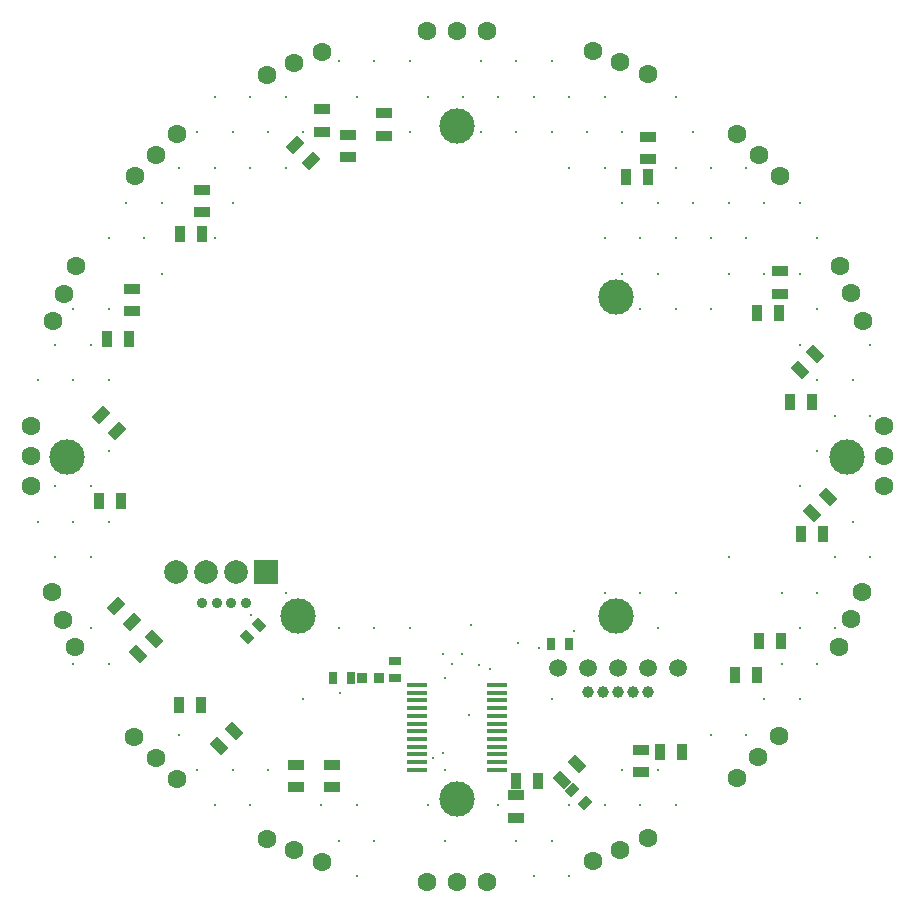
<source format=gts>
G04*
G04 #@! TF.GenerationSoftware,Altium Limited,Altium Designer,18.1.7 (191)*
G04*
G04 Layer_Color=8388736*
%FSLAX42Y42*%
%MOMM*%
G71*
G01*
G75*
%ADD15R,1.40X0.90*%
%ADD16R,0.90X1.40*%
G04:AMPARAMS|DCode=17|XSize=0.9mm|YSize=1.4mm|CornerRadius=0mm|HoleSize=0mm|Usage=FLASHONLY|Rotation=135.000|XOffset=0mm|YOffset=0mm|HoleType=Round|Shape=Rectangle|*
%AMROTATEDRECTD17*
4,1,4,0.81,0.18,-0.18,-0.81,-0.81,-0.18,0.18,0.81,0.81,0.18,0.0*
%
%ADD17ROTATEDRECTD17*%

G04:AMPARAMS|DCode=18|XSize=0.9mm|YSize=1.4mm|CornerRadius=0mm|HoleSize=0mm|Usage=FLASHONLY|Rotation=45.000|XOffset=0mm|YOffset=0mm|HoleType=Round|Shape=Rectangle|*
%AMROTATEDRECTD18*
4,1,4,0.18,-0.81,-0.81,0.18,-0.18,0.81,0.81,-0.18,0.18,-0.81,0.0*
%
%ADD18ROTATEDRECTD18*%

G04:AMPARAMS|DCode=19|XSize=0.75mm|YSize=1.02mm|CornerRadius=0mm|HoleSize=0mm|Usage=FLASHONLY|Rotation=315.000|XOffset=0mm|YOffset=0mm|HoleType=Round|Shape=Rectangle|*
%AMROTATEDRECTD19*
4,1,4,-0.62,-0.09,0.09,0.62,0.62,0.09,-0.09,-0.62,-0.62,-0.09,0.0*
%
%ADD19ROTATEDRECTD19*%

G04:AMPARAMS|DCode=20|XSize=0.75mm|YSize=1.02mm|CornerRadius=0mm|HoleSize=0mm|Usage=FLASHONLY|Rotation=45.000|XOffset=0mm|YOffset=0mm|HoleType=Round|Shape=Rectangle|*
%AMROTATEDRECTD20*
4,1,4,0.09,-0.62,-0.62,0.09,-0.09,0.62,0.62,-0.09,0.09,-0.62,0.0*
%
%ADD20ROTATEDRECTD20*%

%ADD21R,1.02X0.75*%
%ADD22R,0.75X1.02*%
%ADD23R,0.85X0.85*%
G04:AMPARAMS|DCode=24|XSize=1.75mm|YSize=0.4mm|CornerRadius=0.1mm|HoleSize=0mm|Usage=FLASHONLY|Rotation=180.000|XOffset=0mm|YOffset=0mm|HoleType=Round|Shape=RoundedRectangle|*
%AMROUNDEDRECTD24*
21,1,1.75,0.20,0,0,180.0*
21,1,1.55,0.40,0,0,180.0*
1,1,0.20,-0.78,0.10*
1,1,0.20,0.78,0.10*
1,1,0.20,0.78,-0.10*
1,1,0.20,-0.78,-0.10*
%
%ADD24ROUNDEDRECTD24*%
%ADD25C,1.60*%
%ADD26C,1.50*%
%ADD27C,2.00*%
%ADD28R,2.00X2.00*%
%ADD29C,3.00*%
%ADD30C,0.90*%
%ADD31C,1.00*%
%ADD32C,0.30*%
D15*
X1690Y6109D02*
D03*
Y5921D02*
D03*
X1100Y5274D02*
D03*
Y5086D02*
D03*
X2483Y1053D02*
D03*
Y1241D02*
D03*
X2790Y1055D02*
D03*
Y1240D02*
D03*
X2708Y6792D02*
D03*
Y6604D02*
D03*
X2930Y6578D02*
D03*
Y6392D02*
D03*
X3228Y6759D02*
D03*
Y6571D02*
D03*
X5469Y6559D02*
D03*
Y6371D02*
D03*
X6582Y5422D02*
D03*
Y5233D02*
D03*
X4350Y796D02*
D03*
Y984D02*
D03*
X5405Y1185D02*
D03*
Y1370D02*
D03*
D16*
X1502Y5740D02*
D03*
X1688D02*
D03*
X887Y4845D02*
D03*
X1073D02*
D03*
X819Y3478D02*
D03*
X1005D02*
D03*
X1494Y1750D02*
D03*
X1682D02*
D03*
X5282Y6217D02*
D03*
X5468D02*
D03*
X6392Y5065D02*
D03*
X6578D02*
D03*
X6856Y4315D02*
D03*
X6669D02*
D03*
X6950Y3198D02*
D03*
X6764D02*
D03*
X4535Y1110D02*
D03*
X4349D02*
D03*
X5756Y1348D02*
D03*
X5569D02*
D03*
X6594Y2295D02*
D03*
X6406D02*
D03*
X6393Y2000D02*
D03*
X6207D02*
D03*
D17*
X836Y4201D02*
D03*
X969Y4069D02*
D03*
X961Y2589D02*
D03*
X1094Y2456D02*
D03*
X2479Y6491D02*
D03*
X2611Y6359D02*
D03*
D18*
X1149Y2179D02*
D03*
X1281Y2311D02*
D03*
X1832Y1402D02*
D03*
X1963Y1533D02*
D03*
X6884Y4719D02*
D03*
X6751Y4586D02*
D03*
X6991Y3511D02*
D03*
X6859Y3379D02*
D03*
X4868Y1248D02*
D03*
X4737Y1117D02*
D03*
D19*
X4825Y1027D02*
D03*
X4930Y923D02*
D03*
D20*
X2073Y2325D02*
D03*
X2177Y2430D02*
D03*
D21*
X3325Y2126D02*
D03*
Y1978D02*
D03*
D22*
X4797Y2265D02*
D03*
X4649D02*
D03*
X2949Y1977D02*
D03*
X2801D02*
D03*
D23*
X3187Y1975D02*
D03*
X3047D02*
D03*
D24*
X4192Y1202D02*
D03*
Y1268D02*
D03*
Y1332D02*
D03*
Y1398D02*
D03*
Y1462D02*
D03*
Y1527D02*
D03*
Y1593D02*
D03*
Y1658D02*
D03*
Y1723D02*
D03*
Y1788D02*
D03*
Y1852D02*
D03*
Y1917D02*
D03*
X3508D02*
D03*
Y1852D02*
D03*
Y1788D02*
D03*
Y1723D02*
D03*
Y1658D02*
D03*
Y1593D02*
D03*
Y1527D02*
D03*
Y1462D02*
D03*
Y1398D02*
D03*
Y1332D02*
D03*
Y1268D02*
D03*
Y1202D02*
D03*
D25*
X1298Y1300D02*
D03*
X1477Y1120D02*
D03*
X1118Y1480D02*
D03*
X518Y2473D02*
D03*
X615Y2238D02*
D03*
X420Y2707D02*
D03*
X245Y3855D02*
D03*
Y3601D02*
D03*
Y4109D02*
D03*
X522Y5233D02*
D03*
X425Y4998D02*
D03*
X620Y5467D02*
D03*
X1302Y6405D02*
D03*
X1123Y6225D02*
D03*
X1482Y6585D02*
D03*
X2473Y7185D02*
D03*
X2238Y7088D02*
D03*
X2707Y7282D02*
D03*
X3853Y7460D02*
D03*
X3599D02*
D03*
X4106D02*
D03*
X5233Y7193D02*
D03*
X4998Y7290D02*
D03*
X5467Y7095D02*
D03*
X6403Y6407D02*
D03*
X6223Y6587D02*
D03*
X6582Y6228D02*
D03*
X7188Y5235D02*
D03*
X7090Y5470D02*
D03*
X7285Y5000D02*
D03*
X7465Y3855D02*
D03*
Y4109D02*
D03*
Y3601D02*
D03*
X7182Y2475D02*
D03*
X7280Y2710D02*
D03*
X7085Y2240D02*
D03*
X6400Y1307D02*
D03*
X6580Y1487D02*
D03*
X6220Y1128D02*
D03*
X5233Y525D02*
D03*
X5467Y622D02*
D03*
X4998Y428D02*
D03*
X3853Y253D02*
D03*
X4106D02*
D03*
X3599D02*
D03*
X2473Y520D02*
D03*
X2707Y423D02*
D03*
X2238Y617D02*
D03*
D26*
X5724Y2067D02*
D03*
X5469D02*
D03*
X4708D02*
D03*
X4962D02*
D03*
X5215D02*
D03*
D27*
X1725Y2877D02*
D03*
X1979D02*
D03*
X1471D02*
D03*
D28*
X2233D02*
D03*
D29*
X7150Y3850D02*
D03*
X550D02*
D03*
X3850Y6650D02*
D03*
X5200Y5200D02*
D03*
X2500Y2500D02*
D03*
X5200D02*
D03*
X3850Y950D02*
D03*
D30*
X1690Y2615D02*
D03*
X1815D02*
D03*
X2065D02*
D03*
X1940D02*
D03*
D31*
X5212Y1858D02*
D03*
X5085D02*
D03*
X4958D02*
D03*
X5340D02*
D03*
X5467D02*
D03*
D32*
X7350Y4800D02*
D03*
X7200Y4500D02*
D03*
X7350Y4200D02*
D03*
X7200Y3300D02*
D03*
X7350Y3000D02*
D03*
X6900Y5700D02*
D03*
Y5100D02*
D03*
Y4500D02*
D03*
X7050Y4200D02*
D03*
X6900Y3900D02*
D03*
X7050Y3000D02*
D03*
X6900Y2700D02*
D03*
X7050Y2400D02*
D03*
X6900Y2100D02*
D03*
X6750Y6000D02*
D03*
Y5400D02*
D03*
Y4800D02*
D03*
Y3600D02*
D03*
X6600Y2700D02*
D03*
X6750Y2400D02*
D03*
X6600Y2100D02*
D03*
X6750Y1800D02*
D03*
X6300Y6300D02*
D03*
X6450Y6000D02*
D03*
X6300Y5700D02*
D03*
X6450Y5400D02*
D03*
Y1800D02*
D03*
X6300Y1500D02*
D03*
X6000Y6300D02*
D03*
X6150Y6000D02*
D03*
X6000Y5700D02*
D03*
X6150Y5400D02*
D03*
X6000Y5100D02*
D03*
X6150Y3000D02*
D03*
X6000Y1500D02*
D03*
X5700Y6900D02*
D03*
X5850Y6600D02*
D03*
X5700Y6300D02*
D03*
X5850Y6000D02*
D03*
X5700Y5700D02*
D03*
Y5100D02*
D03*
Y2700D02*
D03*
Y900D02*
D03*
X5550Y6000D02*
D03*
X5400Y5700D02*
D03*
X5550Y5400D02*
D03*
X5400Y5100D02*
D03*
Y2700D02*
D03*
X5550Y2400D02*
D03*
Y1200D02*
D03*
X5400Y900D02*
D03*
X5100Y6900D02*
D03*
X5250Y6600D02*
D03*
X5100Y6300D02*
D03*
X5250Y6000D02*
D03*
X5100Y5700D02*
D03*
X5250Y5400D02*
D03*
X5100Y2700D02*
D03*
X5250Y1200D02*
D03*
X5100Y900D02*
D03*
X4800Y6900D02*
D03*
X4950Y6600D02*
D03*
X4800Y6300D02*
D03*
Y900D02*
D03*
Y300D02*
D03*
X4650Y7200D02*
D03*
X4500Y6900D02*
D03*
X4650Y6600D02*
D03*
Y1800D02*
D03*
Y600D02*
D03*
X4500Y300D02*
D03*
X4350Y7200D02*
D03*
X4200Y6900D02*
D03*
X4350Y6600D02*
D03*
X4200Y900D02*
D03*
X4350Y600D02*
D03*
X4050Y7200D02*
D03*
X3900Y6900D02*
D03*
X4050Y6600D02*
D03*
X3600Y6900D02*
D03*
X3750Y1200D02*
D03*
X3600Y900D02*
D03*
X3750Y600D02*
D03*
X3450Y7200D02*
D03*
Y6600D02*
D03*
Y2400D02*
D03*
X3150Y7200D02*
D03*
X3000Y6900D02*
D03*
X3150Y2400D02*
D03*
X3000Y900D02*
D03*
X3150Y600D02*
D03*
X3000Y300D02*
D03*
X2850Y7200D02*
D03*
Y2400D02*
D03*
X2700Y900D02*
D03*
X2850Y600D02*
D03*
X2400Y6900D02*
D03*
X2550Y6600D02*
D03*
X2400Y6300D02*
D03*
Y2700D02*
D03*
X2550Y1800D02*
D03*
X2100Y6900D02*
D03*
X2250Y6600D02*
D03*
X2100Y6300D02*
D03*
X2250Y1200D02*
D03*
X2100Y900D02*
D03*
X1800Y6900D02*
D03*
X1950Y6600D02*
D03*
X1800Y6300D02*
D03*
X1950Y6000D02*
D03*
X1800Y5700D02*
D03*
X1950Y1200D02*
D03*
X1800Y900D02*
D03*
X1650Y6600D02*
D03*
X1500Y6300D02*
D03*
Y1500D02*
D03*
X1650Y1200D02*
D03*
X1350Y6000D02*
D03*
X1200Y5700D02*
D03*
X1350Y5400D02*
D03*
X1050Y6000D02*
D03*
X900Y5700D02*
D03*
Y5100D02*
D03*
Y4500D02*
D03*
Y3900D02*
D03*
Y3300D02*
D03*
Y2100D02*
D03*
X600Y5100D02*
D03*
X750Y4800D02*
D03*
X600Y4500D02*
D03*
X750Y3600D02*
D03*
X600Y3300D02*
D03*
X750Y3000D02*
D03*
Y2400D02*
D03*
X600Y2100D02*
D03*
X450Y4800D02*
D03*
X300Y4500D02*
D03*
X450Y3600D02*
D03*
X300Y3300D02*
D03*
X450Y3000D02*
D03*
X4364Y2277D02*
D03*
X3953Y1662D02*
D03*
X2858Y1855D02*
D03*
X3968Y2430D02*
D03*
X4840Y2373D02*
D03*
X2105Y2515D02*
D03*
X4128Y2058D02*
D03*
X3650Y1304D02*
D03*
X4547Y2233D02*
D03*
X3750Y1980D02*
D03*
X3730Y1344D02*
D03*
X4033Y2085D02*
D03*
X3890Y2180D02*
D03*
X3810Y2100D02*
D03*
X3730Y2180D02*
D03*
M02*

</source>
